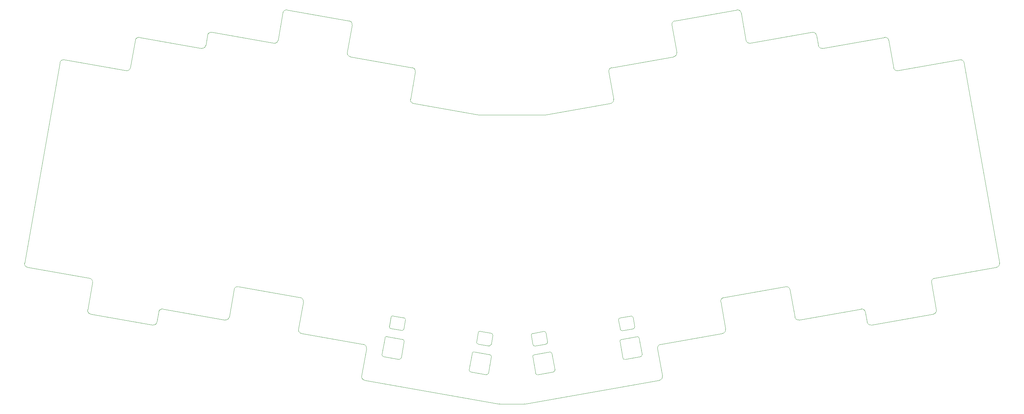
<source format=gbr>
%TF.GenerationSoftware,KiCad,Pcbnew,7.0.5*%
%TF.CreationDate,2023-06-27T22:08:49+09:00*%
%TF.ProjectId,keyboard_011 rev.1.2,6b657962-6f61-4726-945f-303131207265,REV1*%
%TF.SameCoordinates,Original*%
%TF.FileFunction,Profile,NP*%
%FSLAX46Y46*%
G04 Gerber Fmt 4.6, Leading zero omitted, Abs format (unit mm)*
G04 Created by KiCad (PCBNEW 7.0.5) date 2023-06-27 22:08:49*
%MOMM*%
%LPD*%
G01*
G04 APERTURE LIST*
%TA.AperFunction,Profile*%
%ADD10C,0.100000*%
%TD*%
%TA.AperFunction,Profile*%
%ADD11C,0.120000*%
%TD*%
G04 APERTURE END LIST*
D10*
X27264428Y5883837D02*
G75*
G03*
X26453390Y7042259I-984628J173763D01*
G01*
X123761286Y-15373068D02*
G75*
G03*
X124572463Y-14214685I-173586J984768D01*
G01*
X-47446513Y15237865D02*
X-30655570Y12277741D01*
X206318384Y70708434D02*
X215894751Y16396319D01*
X-30339598Y2549251D02*
X-13550056Y-411434D01*
X159133187Y9193072D02*
G75*
G03*
X157974611Y10004202I-984887J-173772D01*
G01*
X56790866Y69396972D02*
X40000973Y72357417D01*
X185903828Y76781520D02*
G75*
G03*
X184745330Y77592672I-984928J-173820D01*
G01*
X43064524Y-14214674D02*
G75*
G03*
X43875747Y-15373136I984976J-173526D01*
G01*
X110846178Y69396994D02*
G75*
G03*
X110035006Y68238580I173622J-984794D01*
G01*
X80499249Y-21815340D02*
X83818524Y-21815342D01*
X1322056Y78162534D02*
X842079Y75441954D01*
X7197067Y1781952D02*
X8503911Y9193061D01*
X215083562Y15237857D02*
G75*
G03*
X215894750Y16396319I-173662J984843D01*
G01*
X19269756Y76012968D02*
X2480510Y78973601D01*
X157974611Y10004203D02*
X141183657Y7042251D01*
X6038613Y970758D02*
G75*
G03*
X7197067Y1781952I173687J984742D01*
G01*
X39189813Y73515885D02*
X40496597Y80926540D01*
X140372563Y5883833D02*
X141679019Y-1526383D01*
X-29844365Y11119343D02*
X-31150756Y3707638D01*
X197976647Y2549237D02*
G75*
G03*
X198787799Y3707644I-173747J984863D01*
G01*
X-31150788Y3707644D02*
G75*
G03*
X-30339598Y2549251I984588J-173744D01*
G01*
X166314988Y78162533D02*
X166794967Y75441956D01*
X40496569Y80926545D02*
G75*
G03*
X39685416Y82085011I-984669J173755D01*
G01*
X147208883Y76824170D02*
G75*
G03*
X148367291Y76012964I984617J173330D01*
G01*
X74796456Y56551028D02*
G75*
G03*
X74970102Y56535835I174044J989272D01*
G01*
X167953455Y74630902D02*
X184745330Y77592672D01*
X25957997Y-1526377D02*
G75*
G03*
X26769210Y-2684821I985103J-173423D01*
G01*
X178389612Y3931469D02*
X161598430Y970804D01*
X19269749Y76012927D02*
G75*
G03*
X20428229Y76824167I173751J984673D01*
G01*
X-37522887Y71519595D02*
G75*
G03*
X-38681338Y70708437I-173513J-984995D01*
G01*
X-38681338Y70708437D02*
X-48257708Y16396321D01*
X160439978Y1781955D02*
X159133132Y9193062D01*
X87137798Y-21815345D02*
G75*
G03*
X87311442Y-21800142I-298J1002645D01*
G01*
X-10752566Y3931469D02*
X6038620Y970799D01*
X110529956Y59670189D02*
G75*
G03*
X111341137Y60828511I-173656J984811D01*
G01*
X39685416Y82085012D02*
X22893015Y85045575D01*
X127951631Y82085010D02*
X144744027Y85045573D01*
X74970102Y56535835D02*
X83818523Y56535832D01*
X80325605Y-21800148D02*
G75*
G03*
X80499249Y-21815340I173495J983048D01*
G01*
X-10752572Y3931433D02*
G75*
G03*
X-11910964Y3120615I-173628J-984833D01*
G01*
X145902471Y84234375D02*
X147208814Y76824158D01*
X92666943Y56535842D02*
G75*
G03*
X92840591Y56551033I-43J1000558D01*
G01*
X166314985Y78162532D02*
G75*
G03*
X165156535Y78973597I-984785J-173732D01*
G01*
X127636062Y72357478D02*
G75*
G03*
X128447235Y73515884I-173662J984822D01*
G01*
X188369105Y68559018D02*
X205159933Y71519601D01*
X140867837Y-2684815D02*
G75*
G03*
X141679018Y-1526383I-173637J984815D01*
G01*
X56295908Y60828514D02*
X57602040Y68238580D01*
X-316411Y74630901D02*
X-17108286Y77592675D01*
X2480507Y78973583D02*
G75*
G03*
X1322057Y78162534I-173607J-984883D01*
G01*
X27264481Y5883828D02*
X25958028Y-1526382D01*
X44371309Y-6803628D02*
X43064586Y-14214685D01*
X123265734Y-6803634D02*
X124572463Y-14214685D01*
X197976645Y2549249D02*
X181187105Y-411433D01*
X124076904Y-5645110D02*
G75*
G03*
X123265735Y-6803634I173596J-984790D01*
G01*
X110846182Y69396973D02*
X127636073Y72357416D01*
X74796455Y56551023D02*
X57107078Y59670113D01*
X-48257732Y16396325D02*
G75*
G03*
X-47446513Y15237866I984832J-173625D01*
G01*
X21734577Y84234374D02*
X20428229Y76824167D01*
X215083560Y15237870D02*
X198292616Y12277741D01*
X198292619Y12277722D02*
G75*
G03*
X197481408Y11119349I173481J-984722D01*
G01*
X-12391641Y399424D02*
X-11910965Y3120615D01*
X127951625Y82085046D02*
G75*
G03*
X127140451Y80926543I173675J-984846D01*
G01*
X9662430Y10004176D02*
G75*
G03*
X8503912Y9193061I-173730J-984776D01*
G01*
X43875747Y-15373136D02*
X80325605Y-21800145D01*
X180028743Y399434D02*
G75*
G03*
X181187105Y-411432I984557J173666D01*
G01*
X-29844393Y11119348D02*
G75*
G03*
X-30655570Y12277740I-985007J173452D01*
G01*
X-20732068Y68558983D02*
G75*
G03*
X-19573610Y69370176I173568J984917D01*
G01*
X123761298Y-15373136D02*
X87311442Y-21800142D01*
X92840591Y56551033D02*
X110529968Y59670119D01*
X206318406Y70708438D02*
G75*
G03*
X205159933Y71519600I-984806J-173638D01*
G01*
X22893014Y85045569D02*
G75*
G03*
X21734577Y84234374I-173514J-984969D01*
G01*
X111341138Y60828511D02*
X110035005Y68238580D01*
X128447236Y73515884D02*
X127140451Y80926543D01*
X197481408Y11119349D02*
X198787800Y3707644D01*
X-18266792Y76781524D02*
X-19573610Y69370176D01*
X57602027Y68238582D02*
G75*
G03*
X56790866Y69396971I-984627J173718D01*
G01*
X148367291Y76012964D02*
X165156535Y78973597D01*
X145902500Y84234380D02*
G75*
G03*
X144744027Y85045572I-985000J-173880D01*
G01*
X87137798Y-21815341D02*
X83818524Y-21815342D01*
X141183645Y7042321D02*
G75*
G03*
X140372563Y5883833I173755J-984821D01*
G01*
X160439972Y1781954D02*
G75*
G03*
X161598430Y970804I984728J173546D01*
G01*
X-17108280Y77592710D02*
G75*
G03*
X-18266792Y76781524I-173620J-984910D01*
G01*
X-20732062Y68559016D02*
X-37522886Y71519601D01*
X185903838Y76781522D02*
X187210657Y69370174D01*
X26769210Y-2684821D02*
X43560126Y-5645179D01*
X92666943Y56535834D02*
X83818523Y56535832D01*
X140867838Y-2684821D02*
X124076916Y-5645178D01*
X9662434Y10004200D02*
X26453390Y7042259D01*
X180028690Y399425D02*
X179548012Y3120610D01*
X-316417Y74630869D02*
G75*
G03*
X842079Y75441954I173817J984631D01*
G01*
X187210652Y69370173D02*
G75*
G03*
X188369105Y68559019I984648J173427D01*
G01*
X179548040Y3120615D02*
G75*
G03*
X178389612Y3931469I-984940J-174215D01*
G01*
X44371274Y-6803622D02*
G75*
G03*
X43560126Y-5645179I-984974J173522D01*
G01*
X-13550061Y-411461D02*
G75*
G03*
X-12391642Y399424I173761J984661D01*
G01*
X56295946Y60828507D02*
G75*
G03*
X57107078Y59670113I984654J-173707D01*
G01*
X39189782Y73515890D02*
G75*
G03*
X40000973Y72357418I984618J-173790D01*
G01*
X166795029Y75441967D02*
G75*
G03*
X167953455Y74630903I984571J173433D01*
G01*
D11*
%TO.C,SW40*%
X48571648Y-8359772D02*
X49353064Y-3928137D01*
X49932292Y-3522557D02*
X54166966Y-4269245D01*
X48977227Y-8939000D02*
X53211901Y-9685687D01*
X50566228Y-791143D02*
X51000349Y1670876D01*
X51579577Y2076456D02*
X54534000Y1555512D01*
X50971808Y-1370371D02*
X53926232Y-1891315D01*
X54505459Y-1485736D02*
X54939580Y976284D01*
X53791129Y-9280107D02*
X54572546Y-4848473D01*
X72207034Y-12527328D02*
X72988451Y-8095693D01*
X74201615Y-4958699D02*
X74635735Y-2496680D01*
X78169386Y-2612045D02*
X75214963Y-2091100D01*
X77561618Y-6058872D02*
X74607194Y-5537927D01*
X78140846Y-5653292D02*
X78574966Y-3191273D01*
X77802352Y-8436801D02*
X73567678Y-7690114D01*
X76847287Y-13853243D02*
X72612614Y-13106556D01*
X77426515Y-13447664D02*
X78207932Y-9016029D01*
X49932292Y-3522557D02*
G75*
G03*
X49353064Y-3928137I-86823J-492405D01*
G01*
X48571648Y-8359772D02*
G75*
G03*
X48977227Y-8939000I492405J-86823D01*
G01*
X51579577Y2076456D02*
G75*
G03*
X51000349Y1670876I-86823J-492405D01*
G01*
X50566229Y-791143D02*
G75*
G03*
X50971808Y-1370371I492405J-86823D01*
G01*
X54939580Y976284D02*
G75*
G03*
X54534000Y1555512I-492405J86823D01*
G01*
X53926232Y-1891314D02*
G75*
G03*
X54505459Y-1485736I86823J492404D01*
G01*
X54572544Y-4848473D02*
G75*
G03*
X54166966Y-4269245I-492404J86824D01*
G01*
X53211901Y-9685687D02*
G75*
G03*
X53791129Y-9280107I86823J492405D01*
G01*
X73567678Y-7690115D02*
G75*
G03*
X72988451Y-8095693I-86824J-492403D01*
G01*
X72207034Y-12527328D02*
G75*
G03*
X72612614Y-13106556I492404J-86824D01*
G01*
X75214963Y-2091100D02*
G75*
G03*
X74635735Y-2496680I-86824J-492404D01*
G01*
X74201614Y-4958699D02*
G75*
G03*
X74607194Y-5537927I492404J-86824D01*
G01*
X78574965Y-3191273D02*
G75*
G03*
X78169386Y-2612045I-492403J86825D01*
G01*
X77561618Y-6058872D02*
G75*
G03*
X78140846Y-5653292I86824J492404D01*
G01*
X78207932Y-9016029D02*
G75*
G03*
X77802352Y-8436801I-492404J86824D01*
G01*
X76847287Y-13853244D02*
G75*
G03*
X77426515Y-13447664I86824J492404D01*
G01*
%TO.C,SW41*%
X90195169Y-13490852D02*
X89413752Y-9059217D01*
X89819332Y-8479989D02*
X94054006Y-7733302D01*
X90774397Y-13896432D02*
X95009071Y-13149744D01*
X89480838Y-5696480D02*
X89046718Y-3234461D01*
X89452298Y-2655233D02*
X92406721Y-2134288D01*
X90060066Y-6102060D02*
X93014490Y-5581115D01*
X93420069Y-5001887D02*
X92985949Y-2539868D01*
X95414650Y-12570516D02*
X94633233Y-8138882D01*
X113830555Y-9323296D02*
X113049138Y-4891661D01*
X113116225Y-1528924D02*
X112682104Y933096D01*
X116042107Y2033268D02*
X113087684Y1512324D01*
X116649876Y-1413559D02*
X113695452Y-1934504D01*
X117055456Y-834331D02*
X116621335Y1627688D01*
X117689392Y-3565746D02*
X113454718Y-4312433D01*
X118644457Y-8982188D02*
X114409783Y-9728875D01*
X119050036Y-8402960D02*
X118268620Y-3971325D01*
X89819332Y-8479990D02*
G75*
G03*
X89413753Y-9059217I86825J-492404D01*
G01*
X90195170Y-13490852D02*
G75*
G03*
X90774397Y-13896431I492404J86825D01*
G01*
X89452298Y-2655232D02*
G75*
G03*
X89046718Y-3234461I86825J-492405D01*
G01*
X89480839Y-5696480D02*
G75*
G03*
X90060066Y-6102059I492404J86825D01*
G01*
X92985948Y-2539868D02*
G75*
G03*
X92406721Y-2134289I-492404J-86825D01*
G01*
X93014490Y-5581116D02*
G75*
G03*
X93420069Y-5001887I-86826J492405D01*
G01*
X94633233Y-8138882D02*
G75*
G03*
X94054006Y-7733303I-492404J-86825D01*
G01*
X95009071Y-13149745D02*
G75*
G03*
X95414650Y-12570516I-86826J492405D01*
G01*
X113454718Y-4312433D02*
G75*
G03*
X113049138Y-4891661I86824J-492404D01*
G01*
X113830555Y-9323296D02*
G75*
G03*
X114409783Y-9728875I492404J86825D01*
G01*
X113087684Y1512324D02*
G75*
G03*
X112682104Y933096I86824J-492404D01*
G01*
X113116224Y-1528924D02*
G75*
G03*
X113695452Y-1934504I492404J86824D01*
G01*
X116621335Y1627688D02*
G75*
G03*
X116042107Y2033268I-492404J-86824D01*
G01*
X116649876Y-1413559D02*
G75*
G03*
X117055456Y-834331I-86824J492404D01*
G01*
X118268619Y-3971325D02*
G75*
G03*
X117689392Y-3565746I-492403J-86824D01*
G01*
X118644457Y-8982188D02*
G75*
G03*
X119050036Y-8402960I-86825J492404D01*
G01*
%TD*%
M02*

</source>
